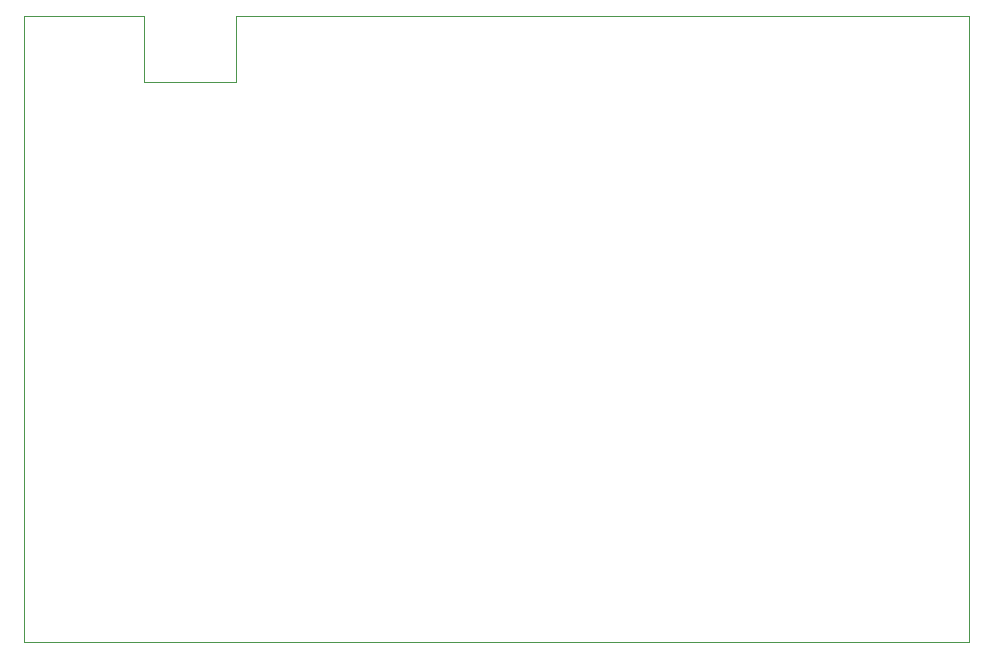
<source format=gbr>
G04 (created by PCBNEW (2013-04-05 BZR 4064)-testing) date 09/08/2013 13:01:54*
%MOIN*%
G04 Gerber Fmt 3.4, Leading zero omitted, Abs format*
%FSLAX34Y34*%
G01*
G70*
G90*
G04 APERTURE LIST*
%ADD10C,0.00393701*%
G04 APERTURE END LIST*
G54D10*
X64173Y-60629D02*
X64173Y-39763D01*
X64173Y-39763D02*
X68149Y-39763D01*
X68149Y-39763D02*
X68149Y-41968D01*
X68149Y-41968D02*
X71220Y-41968D01*
X71220Y-41968D02*
X71220Y-39763D01*
X71220Y-39763D02*
X95669Y-39763D01*
X95669Y-39763D02*
X95669Y-60629D01*
X95669Y-60629D02*
X64173Y-60629D01*
M02*

</source>
